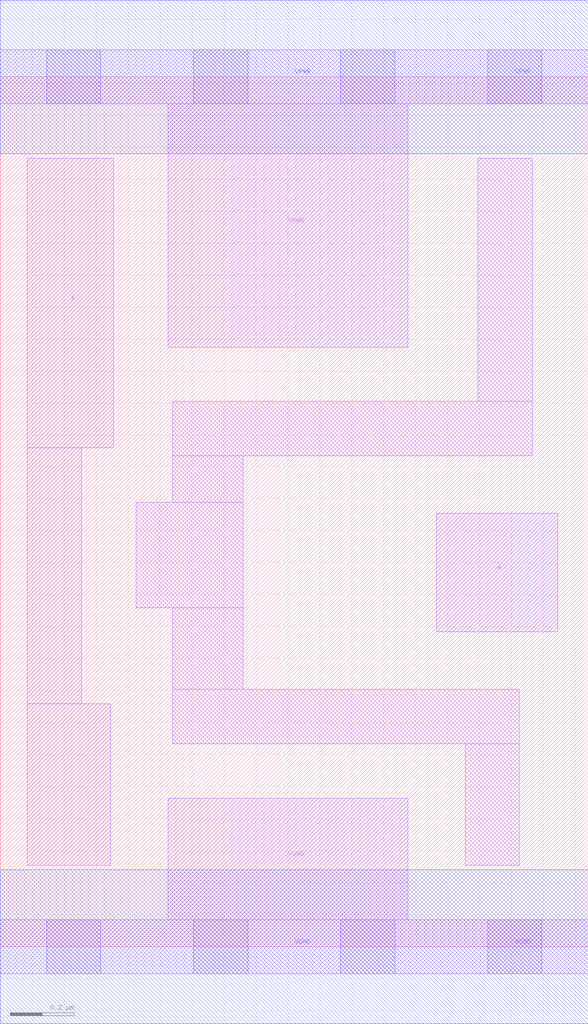
<source format=lef>
# Copyright 2020 The SkyWater PDK Authors
#
# Licensed under the Apache License, Version 2.0 (the "License");
# you may not use this file except in compliance with the License.
# You may obtain a copy of the License at
#
#     https://www.apache.org/licenses/LICENSE-2.0
#
# Unless required by applicable law or agreed to in writing, software
# distributed under the License is distributed on an "AS IS" BASIS,
# WITHOUT WARRANTIES OR CONDITIONS OF ANY KIND, either express or implied.
# See the License for the specific language governing permissions and
# limitations under the License.
#
# SPDX-License-Identifier: Apache-2.0

VERSION 5.7 ;
  NAMESCASESENSITIVE ON ;
  NOWIREEXTENSIONATPIN ON ;
  DIVIDERCHAR "/" ;
  BUSBITCHARS "[]" ;
UNITS
  DATABASE MICRONS 200 ;
END UNITS
PROPERTYDEFINITIONS
  MACRO maskLayoutSubType STRING ;
  MACRO prCellType STRING ;
  MACRO originalViewName STRING ;
END PROPERTYDEFINITIONS
MACRO sky130_fd_sc_hdll__clkbuf_1
  CLASS CORE ;
  FOREIGN sky130_fd_sc_hdll__clkbuf_1 ;
  ORIGIN  0.000000  0.000000 ;
  SIZE  1.840000 BY  2.720000 ;
  SYMMETRY X Y R90 ;
  SITE unithd ;
  PIN A
    ANTENNAGATEAREA  0.220200 ;
    DIRECTION INPUT ;
    USE SIGNAL ;
    PORT
      LAYER li1 ;
        RECT 1.365000 0.985000 1.745000 1.355000 ;
    END
  END A
  PIN X
    ANTENNADIFFAREA  0.374500 ;
    DIRECTION OUTPUT ;
    USE SIGNAL ;
    PORT
      LAYER li1 ;
        RECT 0.085000 0.255000 0.345000 0.760000 ;
        RECT 0.085000 0.760000 0.255000 1.560000 ;
        RECT 0.085000 1.560000 0.355000 2.465000 ;
    END
  END X
  PIN VGND
    DIRECTION INOUT ;
    USE GROUND ;
    PORT
      LAYER li1 ;
        RECT 0.000000 -0.085000 1.840000 0.085000 ;
        RECT 0.525000  0.085000 1.275000 0.465000 ;
      LAYER mcon ;
        RECT 0.145000 -0.085000 0.315000 0.085000 ;
        RECT 0.605000 -0.085000 0.775000 0.085000 ;
        RECT 1.065000 -0.085000 1.235000 0.085000 ;
        RECT 1.525000 -0.085000 1.695000 0.085000 ;
      LAYER met1 ;
        RECT 0.000000 -0.240000 1.840000 0.240000 ;
    END
  END VGND
  PIN VPWR
    DIRECTION INOUT ;
    USE POWER ;
    PORT
      LAYER li1 ;
        RECT 0.000000 2.635000 1.840000 2.805000 ;
        RECT 0.525000 1.875000 1.275000 2.635000 ;
      LAYER mcon ;
        RECT 0.145000 2.635000 0.315000 2.805000 ;
        RECT 0.605000 2.635000 0.775000 2.805000 ;
        RECT 1.065000 2.635000 1.235000 2.805000 ;
        RECT 1.525000 2.635000 1.695000 2.805000 ;
      LAYER met1 ;
        RECT 0.000000 2.480000 1.840000 2.960000 ;
    END
  END VPWR
  OBS
    LAYER li1 ;
      RECT 0.425000 1.060000 0.760000 1.390000 ;
      RECT 0.540000 0.635000 1.625000 0.805000 ;
      RECT 0.540000 0.805000 0.760000 1.060000 ;
      RECT 0.540000 1.390000 0.760000 1.535000 ;
      RECT 0.540000 1.535000 1.665000 1.705000 ;
      RECT 1.455000 0.255000 1.625000 0.635000 ;
      RECT 1.495000 1.705000 1.665000 2.465000 ;
  END
  PROPERTY maskLayoutSubType "abstract" ;
  PROPERTY prCellType "standard" ;
  PROPERTY originalViewName "layout" ;
END sky130_fd_sc_hdll__clkbuf_1

</source>
